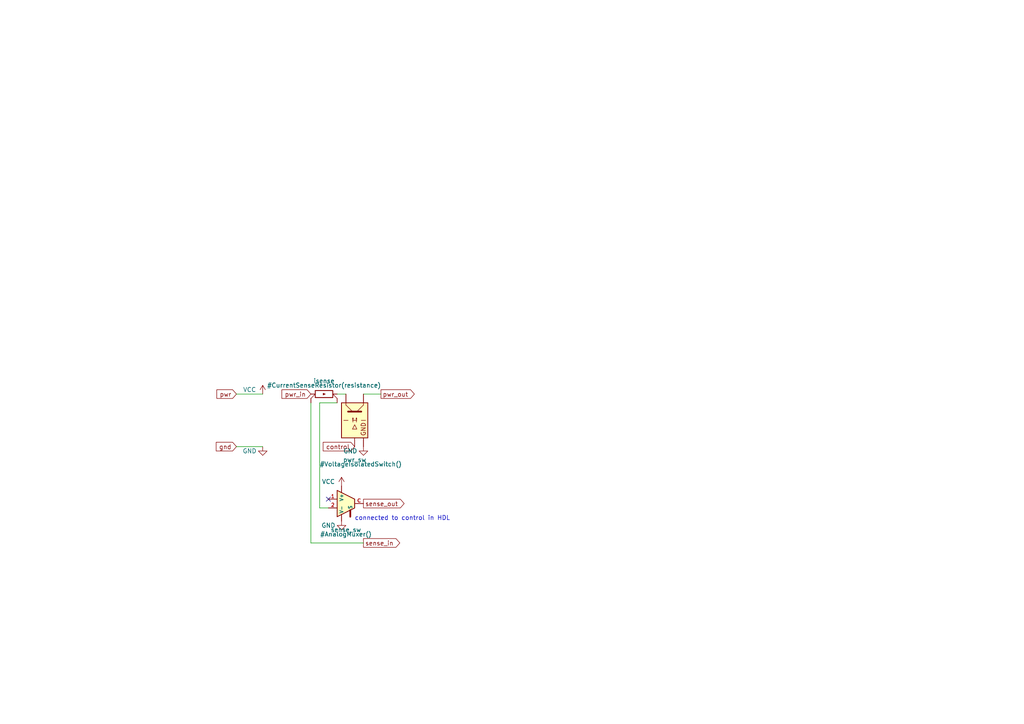
<source format=kicad_sch>
(kicad_sch (version 20231120) (generator "eeschema") (generator_version "8.0")
  (paper "A4")
  (lib_symbols
    (symbol "edg_importable:CurrentSenseResistor" (pin_numbers hide) (pin_names (offset 0) hide)
      (property "Reference" "R" (at 2.032 0 90))
      (property "Value" "CurrentSenseResistor" (at -1.905 0 90))
      (symbol "CurrentSenseResistor_0_1"
        (rectangle (start -1.016 2.54) (end 1.016 -2.54) (stroke (width 0.254)))
        (polyline (pts (xy 0 -2.54) (xy 1.27 -3.81)))
        (polyline (pts (xy 0 2.54) (xy 1.27 3.81)))
      )
      (symbol "CurrentSenseResistor_1_1"
        (polyline (pts (xy 0.254 0.254) (xy -0.254 0.254) (xy 0 -0.381) (xy 0.254 0.254)) (fill (type outline)))
        (pin passive line (at 0 3.81 270) (length 1.27) (name "~") (number "1"))
        (pin passive line (at 0 -3.81 90) (length 1.27) (name "~") (number "2"))
        (pin passive line (at 2.54 3.81 180) (length 1.27) (name "sense_in") (number "3"))
        (pin passive line (at 2.54 -3.81 180) (length 1.27) (name "sense_out") (number "4"))
      )
    )
    (symbol "edg_importable:Mux2" (pin_names (offset 0.254))
      (property "Reference" "U" (at -2.54 2.54 0))
      (property "Value" "Mux2" (at -5.08 -2.54 0))
      (symbol "Mux2_0_1"
        (polyline (pts (xy -1.27 -1.905) (xy -1.27 -3.81)) (stroke (width 0.5)))
        (polyline (pts (xy -2.54 1.27) (xy -2.54 -1.27) (xy 2.54 -3.81) (xy 2.54 0.635) (xy 2.54 1.27) (xy 2.54 1.905) (xy 2.54 3.81) (xy -2.54 1.27)) (stroke (width 0.254)) (fill (type background)))
      )
      (symbol "Mux2_1_1"
        (pin input line (at -1.27 -3.81 90) (length 1.905) (name "S") (number ""))
        (pin input line (at 1.27 5.08 270) (length 1.905) (name "V+") (number ""))
        (pin input line (at 1.27 -5.08 90) (length 1.905) (name "V-") (number ""))
        (pin passive line (at 5.08 1.27 180) (length 2.54) (name "~") (number "1"))
        (pin passive line (at 5.08 -1.27 180) (length 2.54) (name "~") (number "2"))
        (pin passive line (at -5.08 0 0) (length 2.54) (name "~") (number "C"))
      )
    )
    (symbol "edg_importable:VoltageIsolatedSwitch" (pin_numbers hide) (pin_names hide)
      (property "Reference" "U" (at -5.08 5.08 0))
      (property "Value" "VoltageIsolatedSwitch" (at 0 5.08 0))
      (symbol "VoltageIsolatedSwitch_0_0"
        (text "GND" (at -2.54 -2.54 0) (effects (font (size 1.27 1.27))))
      )
      (symbol "VoltageIsolatedSwitch_0_1"
        (rectangle (start -5.08 3.81) (end 5.08 -3.81) (stroke (width 0.254)) (fill (type background)))
        (polyline (pts (xy 0 -1.905) (xy 0 -3.175)))
        (polyline (pts (xy 0 0.635) (xy 0 -0.635)))
        (polyline (pts (xy 0 3.175) (xy 0 1.905)))
        (polyline (pts (xy 2.54 0.635) (xy 4.445 2.54)))
        (polyline (pts (xy 4.445 -2.54) (xy 2.54 -0.635)) (fill (type outline)))
        (polyline (pts (xy 4.445 -2.54) (xy 5.08 -2.54)))
        (polyline (pts (xy 4.445 2.54) (xy 5.08 2.54)))
        (polyline (pts (xy 2.54 1.905) (xy 2.54 -1.905) (xy 2.54 -1.905)) (stroke (width 0.508)))
        (polyline (pts (xy -2.54 0.635) (xy -2.54 -0.635) (xy -1.27 0) (xy -2.54 0.635)))
        (polyline (pts (xy -0.508 -0.508) (xy 0.762 -0.508) (xy 0.381 -0.635) (xy 0.381 -0.381) (xy 0.762 -0.508)))
        (polyline (pts (xy -0.508 0.508) (xy 0.762 0.508) (xy 0.381 0.381) (xy 0.381 0.635) (xy 0.762 0.508)))
      )
      (symbol "VoltageIsolatedSwitch_1_1"
        (pin passive line (at -7.62 0 0) (length 2.54) (name "in") (number "1"))
        (pin passive line (at -7.62 -2.54 0) (length 2.54) (name "gnd") (number "2"))
        (pin passive line (at 7.62 -2.54 180) (length 2.54) (name "aout") (number "3"))
        (pin passive line (at 7.62 2.54 180) (length 2.54) (name "ain") (number "4"))
      )
    )
    (symbol "power:GND" (power) (pin_names (offset 0))
      (property "Value" "GND" (at 0 -3.81 0))
      (symbol "GND_0_1"
        (polyline (pts (xy 0 0) (xy 0 -1.27) (xy 1.27 -1.27) (xy 0 -2.54) (xy -1.27 -1.27) (xy 0 -1.27)))
      )
      (symbol "GND_1_1"
        (pin power_in line (at 0 0 270) (length 0) hide (name "GND") (number "1"))
      )
    )
    (symbol "power:VCC" (power) (pin_names (offset 0))
      (property "Value" "VCC" (at 0 3.81 0))
      (symbol "VCC_0_1"
        (polyline (pts (xy -0.762 1.27) (xy 0 2.54)))
        (polyline (pts (xy 0 0) (xy 0 2.54)))
        (polyline (pts (xy 0 2.54) (xy 0.762 1.27)))
      )
      (symbol "VCC_1_1"
        (pin power_in line (at 0 0 90) (length 0) hide (name "VCC") (number "1"))
      )
    )
  )
  (no_connect (at 95.25 144.78))
  (wire (pts (xy 68.58 129.54) (xy 76.2 129.54)))
  (wire (pts (xy 92.71 116.84) (xy 92.71 147.32)))
  (wire (pts (xy 105.41 114.3) (xy 110.49 114.3)))
  (wire (pts (xy 68.58 114.3) (xy 76.2 114.3)))
  (wire (pts (xy 97.79 114.3) (xy 100.33 114.3)))
  (wire (pts (xy 92.71 147.32) (xy 95.25 147.32)))
  (wire (pts (xy 90.17 116.84) (xy 90.17 157.48)))
  (wire (pts (xy 105.41 157.48) (xy 90.17 157.48)))
  (wire (pts (xy 97.79 116.84) (xy 92.71 116.84)))
  (text "connected to control in HDL" (at 102.87 151.13 0) (effects (font (size 1.27 1.27)) (justify left bottom)))
  (global_label "pwr_in" (shape input) (at 90.17 114.3 180) (property "Intersheetrefs" "${INTERSHEET_REFS}" (effects (hide yes))))
  (global_label "sense_out" (shape output) (at 105.41 146.05 0) (property "Intersheetrefs" "${INTERSHEET_REFS}" (effects (hide yes))))
  (global_label "pwr" (shape input) (at 68.58 114.3 180) (property "Intersheetrefs" "${INTERSHEET_REFS}" (effects (hide yes))))
  (global_label "pwr_out" (shape output) (at 110.49 114.3 0) (property "Intersheetrefs" "${INTERSHEET_REFS}" (effects (hide yes))))
  (global_label "gnd" (shape input) (at 68.58 129.54 180) (property "Intersheetrefs" "${INTERSHEET_REFS}" (effects (hide yes))))
  (global_label "sense_in" (shape output) (at 105.41 157.48 0) (property "Intersheetrefs" "${INTERSHEET_REFS}" (effects (hide yes))))
  (global_label "control" (shape input) (at 102.87 129.54 180) (property "Intersheetrefs" "${INTERSHEET_REFS}" (effects (hide yes))))
  (symbol (lib_id "edg_importable:Mux2") (at 100.33 146.05 0) (mirror y) (unit 1)
    (property "Reference" "sense_sw" (at 100.33 153.67 0))
    (property "Value" "#AnalogMuxer()" (at 100.33 154.94 0))
  )
  (symbol (lib_id "power:GND") (at 105.41 129.54 0) (unit 1)
    (property "Reference" "#PWR06" (effects (hide yes)))
    (property "Value" "GND" (at 101.6 130.81 0))
  )
  (symbol (lib_id "power:VCC") (at 99.06 140.97 0) (unit 1)
    (property "Reference" "#PWR05" (effects (hide yes)))
    (property "Value" "VCC" (at 95.25 139.7 0))
  )
  (symbol (lib_id "power:GND") (at 99.06 151.13 0) (unit 1)
    (property "Reference" "#PWR03" (effects (hide yes)))
    (property "Value" "GND" (at 95.25 152.4 0))
  )
  (symbol (lib_id "power:VCC") (at 76.2 114.3 0) (unit 1)
    (property "Reference" "#PWR01" (effects (hide yes)))
    (property "Value" "VCC" (at 72.39 113.03 0))
  )
  (symbol (lib_id "edg_importable:CurrentSenseResistor") (at 93.98 114.3 90) (mirror x) (unit 1)
    (property "Reference" "isense" (at 93.98 110.49 90))
    (property "Value" "#CurrentSenseResistor(resistance)" (at 93.98 111.76 90))
  )
  (symbol (lib_id "edg_importable:VoltageIsolatedSwitch") (at 102.87 121.92 90) (unit 1)
    (property "Reference" "pwr_sw" (at 102.87 133.35 90))
    (property "Value" "#VoltageIsolatedSwitch()" (at 92.71 134.62 90) (effects (justify right)))
  )
  (symbol (lib_id "power:GND") (at 76.2 129.54 0) (unit 1)
    (property "Reference" "#PWR04" (effects (hide yes)))
    (property "Value" "GND" (at 72.39 130.81 0))
  )
)
</source>
